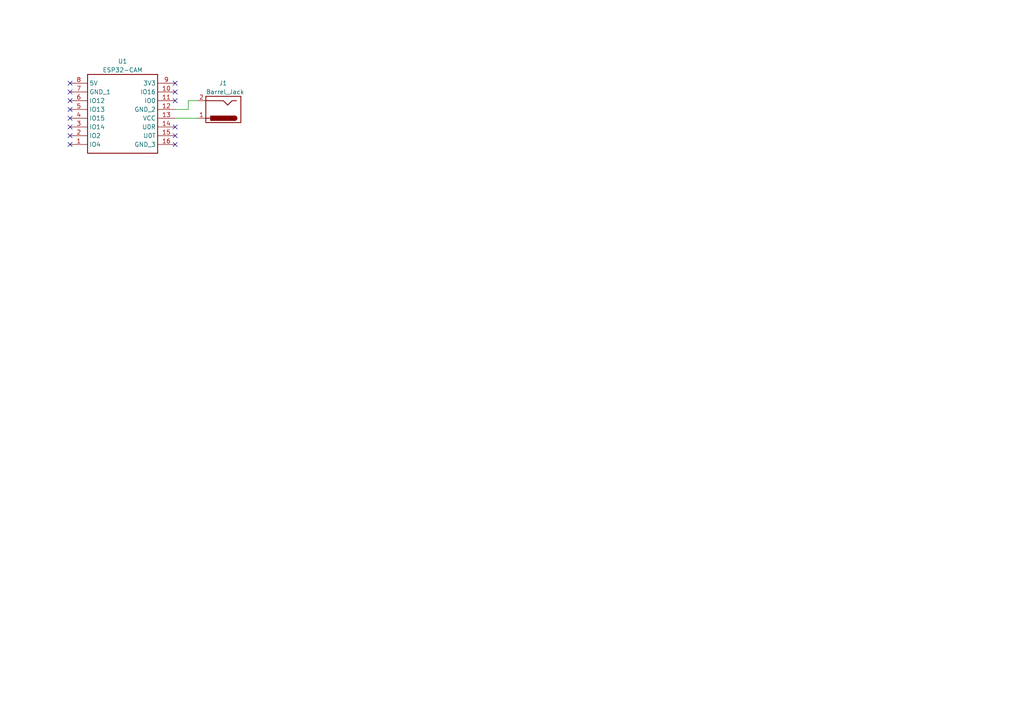
<source format=kicad_sch>
(kicad_sch (version 20230121) (generator eeschema)
  (paper "A4")
  (lib_symbols
    (symbol "Connector:Barrel_Jack" (pin_names (offset 1.016))
      (property "Reference" "J1" (at 1.27 -7.62 0))
      (property "Value" "Barrel_Jack" (at 5.08 -5.08 0))
      (symbol "Barrel_Jack_0_1"
        (arc (start -3.302 3.175) (mid -3.9343 2.54) (end -3.302 1.905) (stroke (width 0.254)))
        (arc (start -3.302 3.175) (mid -3.9343 2.54) (end -3.302 1.905) (stroke (width 0.254)) (fill (type outline)))
        (polyline (pts (xy 5.08 2.54) (xy 3.81 2.54)) (stroke (width 0.254)))
        (polyline (pts (xy -3.81 -2.54) (xy -2.54 -2.54) (xy -1.27 -1.27) (xy 0 -2.54) (xy 2.54 -2.54) (xy 5.08 -2.54)) (stroke (width 0.254)))
        (rectangle (start 3.683 3.175) (end -3.302 1.905) (stroke (width 0.254)) (fill (type outline)))
      )
      (symbol "Barrel_Jack_1_1"
        (rectangle (start -5.08 3.81) (end 5.08 -3.81) (stroke (width 0.254)))
        (pin passive line (at 7.62 2.54 180) (length 2.54) (name "~") (number "1"))
        (pin passive line (at 7.62 -2.54 180) (length 2.54) (name "~") (number "2"))
      )
    )
    (symbol "EspCamLibrary:ESP32-CAM"
      (property "Reference" "U1" (at 0 10.16 0))
      (property "Value" "ESP32-CAM" (at 0 7.62 0))
      (symbol "ESP32-CAM_1_1"
        (rectangle (start -10.16 6.35) (end 10.16 -16.51) (stroke (width 0.254)))
        (pin passive line (at -15.24 -13.97 0) (length 5.08) (name "IO4") (number "1"))
        (pin passive line (at 15.24 1.27 180) (length 5.08) (name "IO16") (number "10"))
        (pin passive line (at 15.24 -1.27 180) (length 5.08) (name "IO0") (number "11"))
        (pin passive line (at 15.24 -3.81 180) (length 5.08) (name "GND_2") (number "12"))
        (pin passive line (at 15.24 -6.35 180) (length 5.08) (name "VCC") (number "13"))
        (pin passive line (at 15.24 -8.89 180) (length 5.08) (name "U0R") (number "14"))
        (pin passive line (at 15.24 -11.43 180) (length 5.08) (name "U0T") (number "15"))
        (pin passive line (at 15.24 -13.97 180) (length 5.08) (name "GND_3") (number "16"))
        (pin passive line (at -15.24 -11.43 0) (length 5.08) (name "IO2") (number "2"))
        (pin passive line (at -15.24 -8.89 0) (length 5.08) (name "IO14") (number "3"))
        (pin passive line (at -15.24 -6.35 0) (length 5.08) (name "IO15") (number "4"))
        (pin passive line (at -15.24 -3.81 0) (length 5.08) (name "IO13") (number "5"))
        (pin passive line (at -15.24 -1.27 0) (length 5.08) (name "IO12") (number "6"))
        (pin passive line (at -15.24 1.27 0) (length 5.08) (name "GND_1") (number "7"))
        (pin passive line (at -15.24 3.81 0) (length 5.08) (name "5V") (number "8"))
        (pin passive line (at 15.24 3.81 180) (length 5.08) (name "3V3") (number "9"))
      )
    )
  )
  (no_connect (at 50.8 26.67))
  (no_connect (at 50.8 39.37))
  (no_connect (at 20.32 26.67))
  (no_connect (at 50.8 41.91))
  (no_connect (at 20.32 29.21))
  (no_connect (at 20.32 31.75))
  (no_connect (at 20.32 41.91))
  (no_connect (at 20.32 24.13))
  (no_connect (at 20.32 39.37))
  (no_connect (at 50.8 29.21))
  (no_connect (at 50.8 36.83))
  (no_connect (at 20.32 36.83))
  (no_connect (at 20.32 34.29))
  (no_connect (at 50.8 24.13))
  (wire (pts (xy 57.15 29.21) (xy 54.61 29.21)))
  (wire (pts (xy 54.61 31.75) (xy 50.8 31.75)))
  (wire (pts (xy 54.61 29.21) (xy 54.61 31.75)))
  (wire (pts (xy 50.8 34.29) (xy 57.15 34.29)))
  (symbol (lib_id "EspCamLibrary:ESP32-CAM") (at 35.56 27.94 0) (unit 1)
    (property "Reference" "U1" (at 35.56 17.78 0))
    (property "Value" "ESP32-CAM" (at 35.56 20.32 0))
    (property "Footprint" "PCB_espcam:ESP32CAM" (effects hide))
    (property "Datasheet" "https://datasheet.lcsc.com/szlcsc/Ai-Thinker-ESP32-CAM_C277946.pdf" (effects hide))
    (property "Height" "5" (effects hide))
    (property "Manufacturer_Name" "Ai-Thinker" (effects hide))
    (property "Manufacturer_Part_Number" "ESP32-CAM" (effects hide))
  )
  (symbol (lib_id "Connector:Barrel_Jack") (at 64.77 31.75 180) (unit 1)
    (property "Reference" "J1" (at 63.5 24.13 0) (effects (justify right)))
    (property "Value" "Barrel_Jack" (at 59.69 26.67 0) (effects (justify right)))
    (property "Footprint" "PCB_espcam:PowerJack" (effects hide))
  )
)
</source>
